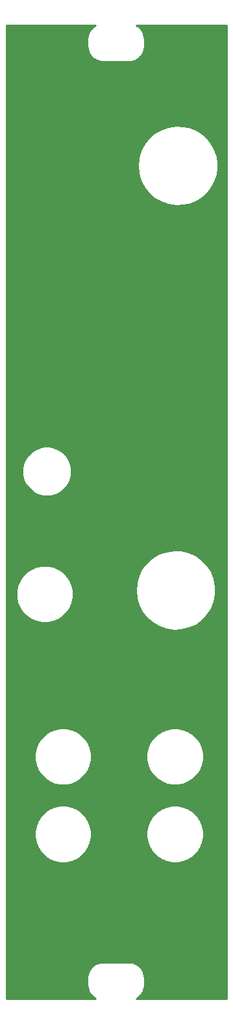
<source format=gbr>
%TF.GenerationSoftware,KiCad,Pcbnew,(5.1.10)-1*%
%TF.CreationDate,2021-09-13T17:23:51+02:00*%
%TF.ProjectId,panel,70616e65-6c2e-46b6-9963-61645f706362,rev?*%
%TF.SameCoordinates,Original*%
%TF.FileFunction,Copper,L2,Bot*%
%TF.FilePolarity,Positive*%
%FSLAX46Y46*%
G04 Gerber Fmt 4.6, Leading zero omitted, Abs format (unit mm)*
G04 Created by KiCad (PCBNEW (5.1.10)-1) date 2021-09-13 17:23:51*
%MOMM*%
%LPD*%
G01*
G04 APERTURE LIST*
%TA.AperFunction,NonConductor*%
%ADD10C,0.254000*%
%TD*%
%TA.AperFunction,NonConductor*%
%ADD11C,0.150000*%
%TD*%
G04 APERTURE END LIST*
D10*
X44553175Y-21845122D02*
X44493896Y-21875447D01*
X44485298Y-21881050D01*
X44289986Y-22010288D01*
X44238257Y-22052316D01*
X44185999Y-22093576D01*
X44178653Y-22100742D01*
X44012163Y-22265455D01*
X43969586Y-22316726D01*
X43926335Y-22367353D01*
X43920521Y-22375810D01*
X43789195Y-22569723D01*
X43757394Y-22628275D01*
X43724792Y-22686352D01*
X43720731Y-22695777D01*
X43629570Y-22911506D01*
X43619438Y-22944022D01*
X43606008Y-22975355D01*
X43602973Y-22985159D01*
X43587580Y-23036142D01*
X43580968Y-23069532D01*
X43570964Y-23102052D01*
X43568988Y-23112122D01*
X43458472Y-23697024D01*
X43452549Y-23763388D01*
X43445703Y-23829641D01*
X43445721Y-23839903D01*
X43450918Y-24435132D01*
X43458000Y-24501401D01*
X43464151Y-24567703D01*
X43466162Y-24577767D01*
X43586874Y-25160650D01*
X43601298Y-25206960D01*
X43612748Y-25254066D01*
X43616200Y-25263730D01*
X43655760Y-25372056D01*
X43676738Y-25415719D01*
X43694898Y-25460631D01*
X43699718Y-25469691D01*
X43811166Y-25675673D01*
X43848450Y-25730915D01*
X43884927Y-25786624D01*
X43891415Y-25794575D01*
X44040750Y-25974988D01*
X44088072Y-26021955D01*
X44134655Y-26069497D01*
X44142558Y-26076031D01*
X44142564Y-26076037D01*
X44142571Y-26076041D01*
X44324097Y-26224006D01*
X44379618Y-26260872D01*
X44434570Y-26298476D01*
X44443599Y-26303355D01*
X44650415Y-26413247D01*
X44712054Y-26438633D01*
X44773250Y-26464841D01*
X44783050Y-26467872D01*
X44783056Y-26467874D01*
X45007276Y-26535501D01*
X45072644Y-26548425D01*
X45137791Y-26562254D01*
X45147997Y-26563324D01*
X45381085Y-26586113D01*
X45381091Y-26586113D01*
X45416495Y-26589600D01*
X49020704Y-26589600D01*
X49038202Y-26587877D01*
X49134906Y-26583251D01*
X49182844Y-26576225D01*
X49231112Y-26572263D01*
X49241196Y-26570359D01*
X49471020Y-26525301D01*
X49534856Y-26506158D01*
X49598901Y-26487924D01*
X49608423Y-26484098D01*
X49825118Y-26395258D01*
X49884000Y-26364091D01*
X49943302Y-26333755D01*
X49951900Y-26328152D01*
X50147212Y-26198915D01*
X50198952Y-26156878D01*
X50251201Y-26115626D01*
X50258547Y-26108459D01*
X50425036Y-25943747D01*
X50467625Y-25892462D01*
X50510865Y-25841848D01*
X50516674Y-25833398D01*
X50516680Y-25833391D01*
X50516684Y-25833384D01*
X50648005Y-25639478D01*
X50679806Y-25580926D01*
X50712408Y-25522849D01*
X50716469Y-25513424D01*
X50807629Y-25297696D01*
X50817763Y-25265175D01*
X50831191Y-25233846D01*
X50834226Y-25224042D01*
X50849619Y-25173060D01*
X50856231Y-25139668D01*
X50866235Y-25107149D01*
X50868211Y-25097079D01*
X50978727Y-24512177D01*
X50984649Y-24445825D01*
X50991496Y-24379562D01*
X50991478Y-24369299D01*
X50986282Y-23774070D01*
X50979201Y-23707811D01*
X50973049Y-23641498D01*
X50971038Y-23631434D01*
X50850326Y-23048550D01*
X50835897Y-23002225D01*
X50824451Y-22955135D01*
X50820999Y-22945471D01*
X50781439Y-22837144D01*
X50760457Y-22793472D01*
X50742300Y-22748568D01*
X50737480Y-22739508D01*
X50626032Y-22533527D01*
X50588738Y-22478270D01*
X50552273Y-22422580D01*
X50545785Y-22414629D01*
X50545784Y-22414627D01*
X50545780Y-22414623D01*
X50396451Y-22234216D01*
X50349132Y-22187252D01*
X50302547Y-22139707D01*
X50294638Y-22133167D01*
X50113105Y-21985197D01*
X50057580Y-21948328D01*
X50002633Y-21910727D01*
X49993605Y-21905848D01*
X49868927Y-21839600D01*
X61623600Y-21839600D01*
X61623601Y-148769600D01*
X49873592Y-148769600D01*
X49884000Y-148764091D01*
X49943302Y-148733755D01*
X49951900Y-148728152D01*
X50147212Y-148598915D01*
X50198952Y-148556878D01*
X50251201Y-148515626D01*
X50258547Y-148508459D01*
X50425036Y-148343747D01*
X50467625Y-148292462D01*
X50510865Y-148241848D01*
X50516674Y-148233398D01*
X50516680Y-148233391D01*
X50516684Y-148233384D01*
X50648005Y-148039478D01*
X50679806Y-147980926D01*
X50712408Y-147922849D01*
X50716469Y-147913424D01*
X50807629Y-147697696D01*
X50817763Y-147665175D01*
X50831191Y-147633846D01*
X50834226Y-147624042D01*
X50849619Y-147573060D01*
X50856231Y-147539668D01*
X50866235Y-147507149D01*
X50868211Y-147497079D01*
X50978727Y-146912177D01*
X50984649Y-146845825D01*
X50991496Y-146779562D01*
X50991478Y-146769299D01*
X50986282Y-146174070D01*
X50979201Y-146107811D01*
X50973049Y-146041498D01*
X50971038Y-146031434D01*
X50850326Y-145448550D01*
X50835897Y-145402225D01*
X50824451Y-145355135D01*
X50820999Y-145345471D01*
X50781439Y-145237144D01*
X50760457Y-145193472D01*
X50742300Y-145148568D01*
X50737480Y-145139508D01*
X50626032Y-144933527D01*
X50588738Y-144878270D01*
X50552273Y-144822580D01*
X50545785Y-144814629D01*
X50545784Y-144814627D01*
X50545780Y-144814623D01*
X50396451Y-144634216D01*
X50349132Y-144587252D01*
X50302547Y-144539707D01*
X50294638Y-144533167D01*
X50113105Y-144385197D01*
X50057580Y-144348328D01*
X50002633Y-144310727D01*
X49993605Y-144305848D01*
X49786789Y-144195956D01*
X49725165Y-144170576D01*
X49663951Y-144144360D01*
X49654153Y-144141330D01*
X49654151Y-144141329D01*
X49654149Y-144141329D01*
X49654147Y-144141328D01*
X49429925Y-144073700D01*
X49364583Y-144060781D01*
X49299410Y-144046947D01*
X49289204Y-144045877D01*
X49056471Y-144023123D01*
X49020704Y-144019600D01*
X45416495Y-144019600D01*
X45398975Y-144021326D01*
X45302300Y-144025949D01*
X45254359Y-144032975D01*
X45206084Y-144036938D01*
X45196000Y-144038842D01*
X44966176Y-144083901D01*
X44902343Y-144103043D01*
X44838300Y-144121277D01*
X44828776Y-144125103D01*
X44828772Y-144125105D01*
X44612083Y-144213942D01*
X44553175Y-144245122D01*
X44493896Y-144275447D01*
X44485298Y-144281050D01*
X44289986Y-144410288D01*
X44238257Y-144452316D01*
X44185999Y-144493576D01*
X44178653Y-144500742D01*
X44012163Y-144665455D01*
X43969586Y-144716726D01*
X43926335Y-144767353D01*
X43920521Y-144775810D01*
X43789195Y-144969723D01*
X43757394Y-145028275D01*
X43724792Y-145086352D01*
X43720731Y-145095777D01*
X43629570Y-145311506D01*
X43619438Y-145344022D01*
X43606008Y-145375355D01*
X43602973Y-145385159D01*
X43587580Y-145436142D01*
X43580968Y-145469532D01*
X43570964Y-145502052D01*
X43568988Y-145512122D01*
X43458472Y-146097024D01*
X43452549Y-146163388D01*
X43445703Y-146229641D01*
X43445721Y-146239903D01*
X43450918Y-146835132D01*
X43458000Y-146901401D01*
X43464151Y-146967703D01*
X43466162Y-146977767D01*
X43586874Y-147560650D01*
X43601298Y-147606960D01*
X43612748Y-147654066D01*
X43616200Y-147663730D01*
X43655760Y-147772056D01*
X43676738Y-147815719D01*
X43694898Y-147860631D01*
X43699718Y-147869691D01*
X43811166Y-148075673D01*
X43848450Y-148130915D01*
X43884927Y-148186624D01*
X43891415Y-148194575D01*
X44040750Y-148374988D01*
X44088072Y-148421955D01*
X44134655Y-148469497D01*
X44142558Y-148476031D01*
X44142564Y-148476037D01*
X44142571Y-148476041D01*
X44324097Y-148624006D01*
X44379618Y-148660872D01*
X44434570Y-148698476D01*
X44443599Y-148703355D01*
X44568272Y-148769600D01*
X32953600Y-148769600D01*
X32953600Y-126936546D01*
X36581681Y-126936546D01*
X36581681Y-127672654D01*
X36725289Y-128394619D01*
X37006986Y-129074695D01*
X37415946Y-129686747D01*
X37936453Y-130207254D01*
X38548505Y-130616214D01*
X39228581Y-130897911D01*
X39950546Y-131041519D01*
X40686654Y-131041519D01*
X41408619Y-130897911D01*
X42088695Y-130616214D01*
X42700747Y-130207254D01*
X43221254Y-129686747D01*
X43630214Y-129074695D01*
X43911911Y-128394619D01*
X44055519Y-127672654D01*
X44055519Y-126936546D01*
X51181681Y-126936546D01*
X51181681Y-127672654D01*
X51325289Y-128394619D01*
X51606986Y-129074695D01*
X52015946Y-129686747D01*
X52536453Y-130207254D01*
X53148505Y-130616214D01*
X53828581Y-130897911D01*
X54550546Y-131041519D01*
X55286654Y-131041519D01*
X56008619Y-130897911D01*
X56688695Y-130616214D01*
X57300747Y-130207254D01*
X57821254Y-129686747D01*
X58230214Y-129074695D01*
X58511911Y-128394619D01*
X58655519Y-127672654D01*
X58655519Y-126936546D01*
X58511911Y-126214581D01*
X58230214Y-125534505D01*
X57821254Y-124922453D01*
X57300747Y-124401946D01*
X56688695Y-123992986D01*
X56008619Y-123711289D01*
X55286654Y-123567681D01*
X54550546Y-123567681D01*
X53828581Y-123711289D01*
X53148505Y-123992986D01*
X52536453Y-124401946D01*
X52015946Y-124922453D01*
X51606986Y-125534505D01*
X51325289Y-126214581D01*
X51181681Y-126936546D01*
X44055519Y-126936546D01*
X43911911Y-126214581D01*
X43630214Y-125534505D01*
X43221254Y-124922453D01*
X42700747Y-124401946D01*
X42088695Y-123992986D01*
X41408619Y-123711289D01*
X40686654Y-123567681D01*
X39950546Y-123567681D01*
X39228581Y-123711289D01*
X38548505Y-123992986D01*
X37936453Y-124401946D01*
X37415946Y-124922453D01*
X37006986Y-125534505D01*
X36725289Y-126214581D01*
X36581681Y-126936546D01*
X32953600Y-126936546D01*
X32953600Y-116836547D01*
X36581681Y-116836547D01*
X36581681Y-117572655D01*
X36725289Y-118294620D01*
X37006986Y-118974696D01*
X37415946Y-119586748D01*
X37936453Y-120107255D01*
X38548505Y-120516215D01*
X39228581Y-120797912D01*
X39950546Y-120941520D01*
X40686654Y-120941520D01*
X41408619Y-120797912D01*
X42088695Y-120516215D01*
X42700747Y-120107255D01*
X43221254Y-119586748D01*
X43630214Y-118974696D01*
X43911911Y-118294620D01*
X44055519Y-117572655D01*
X44055519Y-116836547D01*
X51181681Y-116836547D01*
X51181681Y-117572655D01*
X51325289Y-118294620D01*
X51606986Y-118974696D01*
X52015946Y-119586748D01*
X52536453Y-120107255D01*
X53148505Y-120516215D01*
X53828581Y-120797912D01*
X54550546Y-120941520D01*
X55286654Y-120941520D01*
X56008619Y-120797912D01*
X56688695Y-120516215D01*
X57300747Y-120107255D01*
X57821254Y-119586748D01*
X58230214Y-118974696D01*
X58511911Y-118294620D01*
X58655519Y-117572655D01*
X58655519Y-116836547D01*
X58511911Y-116114582D01*
X58230214Y-115434506D01*
X57821254Y-114822454D01*
X57300747Y-114301947D01*
X56688695Y-113892987D01*
X56008619Y-113611290D01*
X55286654Y-113467682D01*
X54550546Y-113467682D01*
X53828581Y-113611290D01*
X53148505Y-113892987D01*
X52536453Y-114301947D01*
X52015946Y-114822454D01*
X51606986Y-115434506D01*
X51325289Y-116114582D01*
X51181681Y-116836547D01*
X44055519Y-116836547D01*
X43911911Y-116114582D01*
X43630214Y-115434506D01*
X43221254Y-114822454D01*
X42700747Y-114301947D01*
X42088695Y-113892987D01*
X41408619Y-113611290D01*
X40686654Y-113467682D01*
X39950546Y-113467682D01*
X39228581Y-113611290D01*
X38548505Y-113892987D01*
X37936453Y-114301947D01*
X37415946Y-114822454D01*
X37006986Y-115434506D01*
X36725289Y-116114582D01*
X36581681Y-116836547D01*
X32953600Y-116836547D01*
X32953600Y-95636546D01*
X34181681Y-95636546D01*
X34181681Y-96372654D01*
X34325289Y-97094619D01*
X34606986Y-97774695D01*
X35015946Y-98386747D01*
X35536453Y-98907254D01*
X36148505Y-99316214D01*
X36828581Y-99597911D01*
X37550546Y-99741519D01*
X38286654Y-99741519D01*
X39008619Y-99597911D01*
X39688695Y-99316214D01*
X40300747Y-98907254D01*
X40821254Y-98386747D01*
X41230214Y-97774695D01*
X41511911Y-97094619D01*
X41655519Y-96372654D01*
X41655519Y-95636546D01*
X41629274Y-95504600D01*
X49763600Y-95504600D01*
X49858565Y-96499115D01*
X50140027Y-97457686D01*
X50597813Y-98345667D01*
X51215378Y-99130965D01*
X51970401Y-99785197D01*
X52835594Y-100284716D01*
X53779687Y-100611470D01*
X54768557Y-100753648D01*
X55766464Y-100706112D01*
X56737342Y-100470579D01*
X57646100Y-100055563D01*
X58459893Y-99476064D01*
X59149309Y-98753025D01*
X59689430Y-97912580D01*
X60060736Y-96985105D01*
X60249805Y-96004120D01*
X60249805Y-95005080D01*
X60060736Y-94024095D01*
X59689430Y-93096620D01*
X59149309Y-92256175D01*
X58459893Y-91533136D01*
X57646100Y-90953637D01*
X56737342Y-90538621D01*
X55766464Y-90303088D01*
X54768557Y-90255552D01*
X53779687Y-90397730D01*
X52835594Y-90724484D01*
X51970401Y-91224003D01*
X51215378Y-91878235D01*
X50597813Y-92663533D01*
X50140027Y-93551514D01*
X49858565Y-94510085D01*
X49763600Y-95504600D01*
X41629274Y-95504600D01*
X41511911Y-94914581D01*
X41230214Y-94234505D01*
X40821254Y-93622453D01*
X40300747Y-93101946D01*
X39688695Y-92692986D01*
X39008619Y-92411289D01*
X38286654Y-92267681D01*
X37550546Y-92267681D01*
X36828581Y-92411289D01*
X36148505Y-92692986D01*
X35536453Y-93101946D01*
X35015946Y-93622453D01*
X34606986Y-94234505D01*
X34325289Y-94914581D01*
X34181681Y-95636546D01*
X32953600Y-95636546D01*
X32953600Y-79685554D01*
X34979274Y-79685554D01*
X34979274Y-80323646D01*
X35103759Y-80949477D01*
X35347946Y-81538996D01*
X35702451Y-82069550D01*
X36153650Y-82520749D01*
X36684204Y-82875254D01*
X37273723Y-83119441D01*
X37899554Y-83243926D01*
X38537646Y-83243926D01*
X39163477Y-83119441D01*
X39752996Y-82875254D01*
X40283550Y-82520749D01*
X40734749Y-82069550D01*
X41089254Y-81538996D01*
X41333441Y-80949477D01*
X41457926Y-80323646D01*
X41457926Y-79685554D01*
X41333441Y-79059723D01*
X41089254Y-78470204D01*
X40734749Y-77939650D01*
X40283550Y-77488451D01*
X39752996Y-77133946D01*
X39163477Y-76889759D01*
X38537646Y-76765274D01*
X37899554Y-76765274D01*
X37273723Y-76889759D01*
X36684204Y-77133946D01*
X36153650Y-77488451D01*
X35702451Y-77939650D01*
X35347946Y-78470204D01*
X35103759Y-79059723D01*
X34979274Y-79685554D01*
X32953600Y-79685554D01*
X32953600Y-40148600D01*
X50042600Y-40148600D01*
X50137565Y-41143115D01*
X50419027Y-42101686D01*
X50876813Y-42989667D01*
X51494378Y-43774965D01*
X52249401Y-44429197D01*
X53114594Y-44928716D01*
X54058687Y-45255470D01*
X55047557Y-45397648D01*
X56045464Y-45350112D01*
X57016342Y-45114579D01*
X57925100Y-44699563D01*
X58738893Y-44120064D01*
X59428309Y-43397025D01*
X59968430Y-42556580D01*
X60339736Y-41629105D01*
X60528805Y-40648120D01*
X60528805Y-39649080D01*
X60339736Y-38668095D01*
X59968430Y-37740620D01*
X59428309Y-36900175D01*
X58738893Y-36177136D01*
X57925100Y-35597637D01*
X57016342Y-35182621D01*
X56045464Y-34947088D01*
X55047557Y-34899552D01*
X54058687Y-35041730D01*
X53114594Y-35368484D01*
X52249401Y-35868003D01*
X51494378Y-36522235D01*
X50876813Y-37307533D01*
X50419027Y-38195514D01*
X50137565Y-39154085D01*
X50042600Y-40148600D01*
X32953600Y-40148600D01*
X32953600Y-21839600D01*
X44563608Y-21839600D01*
X44553175Y-21845122D01*
%TA.AperFunction,NonConductor*%
D11*
G36*
X44553175Y-21845122D02*
G01*
X44493896Y-21875447D01*
X44485298Y-21881050D01*
X44289986Y-22010288D01*
X44238257Y-22052316D01*
X44185999Y-22093576D01*
X44178653Y-22100742D01*
X44012163Y-22265455D01*
X43969586Y-22316726D01*
X43926335Y-22367353D01*
X43920521Y-22375810D01*
X43789195Y-22569723D01*
X43757394Y-22628275D01*
X43724792Y-22686352D01*
X43720731Y-22695777D01*
X43629570Y-22911506D01*
X43619438Y-22944022D01*
X43606008Y-22975355D01*
X43602973Y-22985159D01*
X43587580Y-23036142D01*
X43580968Y-23069532D01*
X43570964Y-23102052D01*
X43568988Y-23112122D01*
X43458472Y-23697024D01*
X43452549Y-23763388D01*
X43445703Y-23829641D01*
X43445721Y-23839903D01*
X43450918Y-24435132D01*
X43458000Y-24501401D01*
X43464151Y-24567703D01*
X43466162Y-24577767D01*
X43586874Y-25160650D01*
X43601298Y-25206960D01*
X43612748Y-25254066D01*
X43616200Y-25263730D01*
X43655760Y-25372056D01*
X43676738Y-25415719D01*
X43694898Y-25460631D01*
X43699718Y-25469691D01*
X43811166Y-25675673D01*
X43848450Y-25730915D01*
X43884927Y-25786624D01*
X43891415Y-25794575D01*
X44040750Y-25974988D01*
X44088072Y-26021955D01*
X44134655Y-26069497D01*
X44142558Y-26076031D01*
X44142564Y-26076037D01*
X44142571Y-26076041D01*
X44324097Y-26224006D01*
X44379618Y-26260872D01*
X44434570Y-26298476D01*
X44443599Y-26303355D01*
X44650415Y-26413247D01*
X44712054Y-26438633D01*
X44773250Y-26464841D01*
X44783050Y-26467872D01*
X44783056Y-26467874D01*
X45007276Y-26535501D01*
X45072644Y-26548425D01*
X45137791Y-26562254D01*
X45147997Y-26563324D01*
X45381085Y-26586113D01*
X45381091Y-26586113D01*
X45416495Y-26589600D01*
X49020704Y-26589600D01*
X49038202Y-26587877D01*
X49134906Y-26583251D01*
X49182844Y-26576225D01*
X49231112Y-26572263D01*
X49241196Y-26570359D01*
X49471020Y-26525301D01*
X49534856Y-26506158D01*
X49598901Y-26487924D01*
X49608423Y-26484098D01*
X49825118Y-26395258D01*
X49884000Y-26364091D01*
X49943302Y-26333755D01*
X49951900Y-26328152D01*
X50147212Y-26198915D01*
X50198952Y-26156878D01*
X50251201Y-26115626D01*
X50258547Y-26108459D01*
X50425036Y-25943747D01*
X50467625Y-25892462D01*
X50510865Y-25841848D01*
X50516674Y-25833398D01*
X50516680Y-25833391D01*
X50516684Y-25833384D01*
X50648005Y-25639478D01*
X50679806Y-25580926D01*
X50712408Y-25522849D01*
X50716469Y-25513424D01*
X50807629Y-25297696D01*
X50817763Y-25265175D01*
X50831191Y-25233846D01*
X50834226Y-25224042D01*
X50849619Y-25173060D01*
X50856231Y-25139668D01*
X50866235Y-25107149D01*
X50868211Y-25097079D01*
X50978727Y-24512177D01*
X50984649Y-24445825D01*
X50991496Y-24379562D01*
X50991478Y-24369299D01*
X50986282Y-23774070D01*
X50979201Y-23707811D01*
X50973049Y-23641498D01*
X50971038Y-23631434D01*
X50850326Y-23048550D01*
X50835897Y-23002225D01*
X50824451Y-22955135D01*
X50820999Y-22945471D01*
X50781439Y-22837144D01*
X50760457Y-22793472D01*
X50742300Y-22748568D01*
X50737480Y-22739508D01*
X50626032Y-22533527D01*
X50588738Y-22478270D01*
X50552273Y-22422580D01*
X50545785Y-22414629D01*
X50545784Y-22414627D01*
X50545780Y-22414623D01*
X50396451Y-22234216D01*
X50349132Y-22187252D01*
X50302547Y-22139707D01*
X50294638Y-22133167D01*
X50113105Y-21985197D01*
X50057580Y-21948328D01*
X50002633Y-21910727D01*
X49993605Y-21905848D01*
X49868927Y-21839600D01*
X61623600Y-21839600D01*
X61623601Y-148769600D01*
X49873592Y-148769600D01*
X49884000Y-148764091D01*
X49943302Y-148733755D01*
X49951900Y-148728152D01*
X50147212Y-148598915D01*
X50198952Y-148556878D01*
X50251201Y-148515626D01*
X50258547Y-148508459D01*
X50425036Y-148343747D01*
X50467625Y-148292462D01*
X50510865Y-148241848D01*
X50516674Y-148233398D01*
X50516680Y-148233391D01*
X50516684Y-148233384D01*
X50648005Y-148039478D01*
X50679806Y-147980926D01*
X50712408Y-147922849D01*
X50716469Y-147913424D01*
X50807629Y-147697696D01*
X50817763Y-147665175D01*
X50831191Y-147633846D01*
X50834226Y-147624042D01*
X50849619Y-147573060D01*
X50856231Y-147539668D01*
X50866235Y-147507149D01*
X50868211Y-147497079D01*
X50978727Y-146912177D01*
X50984649Y-146845825D01*
X50991496Y-146779562D01*
X50991478Y-146769299D01*
X50986282Y-146174070D01*
X50979201Y-146107811D01*
X50973049Y-146041498D01*
X50971038Y-146031434D01*
X50850326Y-145448550D01*
X50835897Y-145402225D01*
X50824451Y-145355135D01*
X50820999Y-145345471D01*
X50781439Y-145237144D01*
X50760457Y-145193472D01*
X50742300Y-145148568D01*
X50737480Y-145139508D01*
X50626032Y-144933527D01*
X50588738Y-144878270D01*
X50552273Y-144822580D01*
X50545785Y-144814629D01*
X50545784Y-144814627D01*
X50545780Y-144814623D01*
X50396451Y-144634216D01*
X50349132Y-144587252D01*
X50302547Y-144539707D01*
X50294638Y-144533167D01*
X50113105Y-144385197D01*
X50057580Y-144348328D01*
X50002633Y-144310727D01*
X49993605Y-144305848D01*
X49786789Y-144195956D01*
X49725165Y-144170576D01*
X49663951Y-144144360D01*
X49654153Y-144141330D01*
X49654151Y-144141329D01*
X49654149Y-144141329D01*
X49654147Y-144141328D01*
X49429925Y-144073700D01*
X49364583Y-144060781D01*
X49299410Y-144046947D01*
X49289204Y-144045877D01*
X49056471Y-144023123D01*
X49020704Y-144019600D01*
X45416495Y-144019600D01*
X45398975Y-144021326D01*
X45302300Y-144025949D01*
X45254359Y-144032975D01*
X45206084Y-144036938D01*
X45196000Y-144038842D01*
X44966176Y-144083901D01*
X44902343Y-144103043D01*
X44838300Y-144121277D01*
X44828776Y-144125103D01*
X44828772Y-144125105D01*
X44612083Y-144213942D01*
X44553175Y-144245122D01*
X44493896Y-144275447D01*
X44485298Y-144281050D01*
X44289986Y-144410288D01*
X44238257Y-144452316D01*
X44185999Y-144493576D01*
X44178653Y-144500742D01*
X44012163Y-144665455D01*
X43969586Y-144716726D01*
X43926335Y-144767353D01*
X43920521Y-144775810D01*
X43789195Y-144969723D01*
X43757394Y-145028275D01*
X43724792Y-145086352D01*
X43720731Y-145095777D01*
X43629570Y-145311506D01*
X43619438Y-145344022D01*
X43606008Y-145375355D01*
X43602973Y-145385159D01*
X43587580Y-145436142D01*
X43580968Y-145469532D01*
X43570964Y-145502052D01*
X43568988Y-145512122D01*
X43458472Y-146097024D01*
X43452549Y-146163388D01*
X43445703Y-146229641D01*
X43445721Y-146239903D01*
X43450918Y-146835132D01*
X43458000Y-146901401D01*
X43464151Y-146967703D01*
X43466162Y-146977767D01*
X43586874Y-147560650D01*
X43601298Y-147606960D01*
X43612748Y-147654066D01*
X43616200Y-147663730D01*
X43655760Y-147772056D01*
X43676738Y-147815719D01*
X43694898Y-147860631D01*
X43699718Y-147869691D01*
X43811166Y-148075673D01*
X43848450Y-148130915D01*
X43884927Y-148186624D01*
X43891415Y-148194575D01*
X44040750Y-148374988D01*
X44088072Y-148421955D01*
X44134655Y-148469497D01*
X44142558Y-148476031D01*
X44142564Y-148476037D01*
X44142571Y-148476041D01*
X44324097Y-148624006D01*
X44379618Y-148660872D01*
X44434570Y-148698476D01*
X44443599Y-148703355D01*
X44568272Y-148769600D01*
X32953600Y-148769600D01*
X32953600Y-126936546D01*
X36581681Y-126936546D01*
X36581681Y-127672654D01*
X36725289Y-128394619D01*
X37006986Y-129074695D01*
X37415946Y-129686747D01*
X37936453Y-130207254D01*
X38548505Y-130616214D01*
X39228581Y-130897911D01*
X39950546Y-131041519D01*
X40686654Y-131041519D01*
X41408619Y-130897911D01*
X42088695Y-130616214D01*
X42700747Y-130207254D01*
X43221254Y-129686747D01*
X43630214Y-129074695D01*
X43911911Y-128394619D01*
X44055519Y-127672654D01*
X44055519Y-126936546D01*
X51181681Y-126936546D01*
X51181681Y-127672654D01*
X51325289Y-128394619D01*
X51606986Y-129074695D01*
X52015946Y-129686747D01*
X52536453Y-130207254D01*
X53148505Y-130616214D01*
X53828581Y-130897911D01*
X54550546Y-131041519D01*
X55286654Y-131041519D01*
X56008619Y-130897911D01*
X56688695Y-130616214D01*
X57300747Y-130207254D01*
X57821254Y-129686747D01*
X58230214Y-129074695D01*
X58511911Y-128394619D01*
X58655519Y-127672654D01*
X58655519Y-126936546D01*
X58511911Y-126214581D01*
X58230214Y-125534505D01*
X57821254Y-124922453D01*
X57300747Y-124401946D01*
X56688695Y-123992986D01*
X56008619Y-123711289D01*
X55286654Y-123567681D01*
X54550546Y-123567681D01*
X53828581Y-123711289D01*
X53148505Y-123992986D01*
X52536453Y-124401946D01*
X52015946Y-124922453D01*
X51606986Y-125534505D01*
X51325289Y-126214581D01*
X51181681Y-126936546D01*
X44055519Y-126936546D01*
X43911911Y-126214581D01*
X43630214Y-125534505D01*
X43221254Y-124922453D01*
X42700747Y-124401946D01*
X42088695Y-123992986D01*
X41408619Y-123711289D01*
X40686654Y-123567681D01*
X39950546Y-123567681D01*
X39228581Y-123711289D01*
X38548505Y-123992986D01*
X37936453Y-124401946D01*
X37415946Y-124922453D01*
X37006986Y-125534505D01*
X36725289Y-126214581D01*
X36581681Y-126936546D01*
X32953600Y-126936546D01*
X32953600Y-116836547D01*
X36581681Y-116836547D01*
X36581681Y-117572655D01*
X36725289Y-118294620D01*
X37006986Y-118974696D01*
X37415946Y-119586748D01*
X37936453Y-120107255D01*
X38548505Y-120516215D01*
X39228581Y-120797912D01*
X39950546Y-120941520D01*
X40686654Y-120941520D01*
X41408619Y-120797912D01*
X42088695Y-120516215D01*
X42700747Y-120107255D01*
X43221254Y-119586748D01*
X43630214Y-118974696D01*
X43911911Y-118294620D01*
X44055519Y-117572655D01*
X44055519Y-116836547D01*
X51181681Y-116836547D01*
X51181681Y-117572655D01*
X51325289Y-118294620D01*
X51606986Y-118974696D01*
X52015946Y-119586748D01*
X52536453Y-120107255D01*
X53148505Y-120516215D01*
X53828581Y-120797912D01*
X54550546Y-120941520D01*
X55286654Y-120941520D01*
X56008619Y-120797912D01*
X56688695Y-120516215D01*
X57300747Y-120107255D01*
X57821254Y-119586748D01*
X58230214Y-118974696D01*
X58511911Y-118294620D01*
X58655519Y-117572655D01*
X58655519Y-116836547D01*
X58511911Y-116114582D01*
X58230214Y-115434506D01*
X57821254Y-114822454D01*
X57300747Y-114301947D01*
X56688695Y-113892987D01*
X56008619Y-113611290D01*
X55286654Y-113467682D01*
X54550546Y-113467682D01*
X53828581Y-113611290D01*
X53148505Y-113892987D01*
X52536453Y-114301947D01*
X52015946Y-114822454D01*
X51606986Y-115434506D01*
X51325289Y-116114582D01*
X51181681Y-116836547D01*
X44055519Y-116836547D01*
X43911911Y-116114582D01*
X43630214Y-115434506D01*
X43221254Y-114822454D01*
X42700747Y-114301947D01*
X42088695Y-113892987D01*
X41408619Y-113611290D01*
X40686654Y-113467682D01*
X39950546Y-113467682D01*
X39228581Y-113611290D01*
X38548505Y-113892987D01*
X37936453Y-114301947D01*
X37415946Y-114822454D01*
X37006986Y-115434506D01*
X36725289Y-116114582D01*
X36581681Y-116836547D01*
X32953600Y-116836547D01*
X32953600Y-95636546D01*
X34181681Y-95636546D01*
X34181681Y-96372654D01*
X34325289Y-97094619D01*
X34606986Y-97774695D01*
X35015946Y-98386747D01*
X35536453Y-98907254D01*
X36148505Y-99316214D01*
X36828581Y-99597911D01*
X37550546Y-99741519D01*
X38286654Y-99741519D01*
X39008619Y-99597911D01*
X39688695Y-99316214D01*
X40300747Y-98907254D01*
X40821254Y-98386747D01*
X41230214Y-97774695D01*
X41511911Y-97094619D01*
X41655519Y-96372654D01*
X41655519Y-95636546D01*
X41629274Y-95504600D01*
X49763600Y-95504600D01*
X49858565Y-96499115D01*
X50140027Y-97457686D01*
X50597813Y-98345667D01*
X51215378Y-99130965D01*
X51970401Y-99785197D01*
X52835594Y-100284716D01*
X53779687Y-100611470D01*
X54768557Y-100753648D01*
X55766464Y-100706112D01*
X56737342Y-100470579D01*
X57646100Y-100055563D01*
X58459893Y-99476064D01*
X59149309Y-98753025D01*
X59689430Y-97912580D01*
X60060736Y-96985105D01*
X60249805Y-96004120D01*
X60249805Y-95005080D01*
X60060736Y-94024095D01*
X59689430Y-93096620D01*
X59149309Y-92256175D01*
X58459893Y-91533136D01*
X57646100Y-90953637D01*
X56737342Y-90538621D01*
X55766464Y-90303088D01*
X54768557Y-90255552D01*
X53779687Y-90397730D01*
X52835594Y-90724484D01*
X51970401Y-91224003D01*
X51215378Y-91878235D01*
X50597813Y-92663533D01*
X50140027Y-93551514D01*
X49858565Y-94510085D01*
X49763600Y-95504600D01*
X41629274Y-95504600D01*
X41511911Y-94914581D01*
X41230214Y-94234505D01*
X40821254Y-93622453D01*
X40300747Y-93101946D01*
X39688695Y-92692986D01*
X39008619Y-92411289D01*
X38286654Y-92267681D01*
X37550546Y-92267681D01*
X36828581Y-92411289D01*
X36148505Y-92692986D01*
X35536453Y-93101946D01*
X35015946Y-93622453D01*
X34606986Y-94234505D01*
X34325289Y-94914581D01*
X34181681Y-95636546D01*
X32953600Y-95636546D01*
X32953600Y-79685554D01*
X34979274Y-79685554D01*
X34979274Y-80323646D01*
X35103759Y-80949477D01*
X35347946Y-81538996D01*
X35702451Y-82069550D01*
X36153650Y-82520749D01*
X36684204Y-82875254D01*
X37273723Y-83119441D01*
X37899554Y-83243926D01*
X38537646Y-83243926D01*
X39163477Y-83119441D01*
X39752996Y-82875254D01*
X40283550Y-82520749D01*
X40734749Y-82069550D01*
X41089254Y-81538996D01*
X41333441Y-80949477D01*
X41457926Y-80323646D01*
X41457926Y-79685554D01*
X41333441Y-79059723D01*
X41089254Y-78470204D01*
X40734749Y-77939650D01*
X40283550Y-77488451D01*
X39752996Y-77133946D01*
X39163477Y-76889759D01*
X38537646Y-76765274D01*
X37899554Y-76765274D01*
X37273723Y-76889759D01*
X36684204Y-77133946D01*
X36153650Y-77488451D01*
X35702451Y-77939650D01*
X35347946Y-78470204D01*
X35103759Y-79059723D01*
X34979274Y-79685554D01*
X32953600Y-79685554D01*
X32953600Y-40148600D01*
X50042600Y-40148600D01*
X50137565Y-41143115D01*
X50419027Y-42101686D01*
X50876813Y-42989667D01*
X51494378Y-43774965D01*
X52249401Y-44429197D01*
X53114594Y-44928716D01*
X54058687Y-45255470D01*
X55047557Y-45397648D01*
X56045464Y-45350112D01*
X57016342Y-45114579D01*
X57925100Y-44699563D01*
X58738893Y-44120064D01*
X59428309Y-43397025D01*
X59968430Y-42556580D01*
X60339736Y-41629105D01*
X60528805Y-40648120D01*
X60528805Y-39649080D01*
X60339736Y-38668095D01*
X59968430Y-37740620D01*
X59428309Y-36900175D01*
X58738893Y-36177136D01*
X57925100Y-35597637D01*
X57016342Y-35182621D01*
X56045464Y-34947088D01*
X55047557Y-34899552D01*
X54058687Y-35041730D01*
X53114594Y-35368484D01*
X52249401Y-35868003D01*
X51494378Y-36522235D01*
X50876813Y-37307533D01*
X50419027Y-38195514D01*
X50137565Y-39154085D01*
X50042600Y-40148600D01*
X32953600Y-40148600D01*
X32953600Y-21839600D01*
X44563608Y-21839600D01*
X44553175Y-21845122D01*
G37*
%TD.AperFunction*%
M02*

</source>
